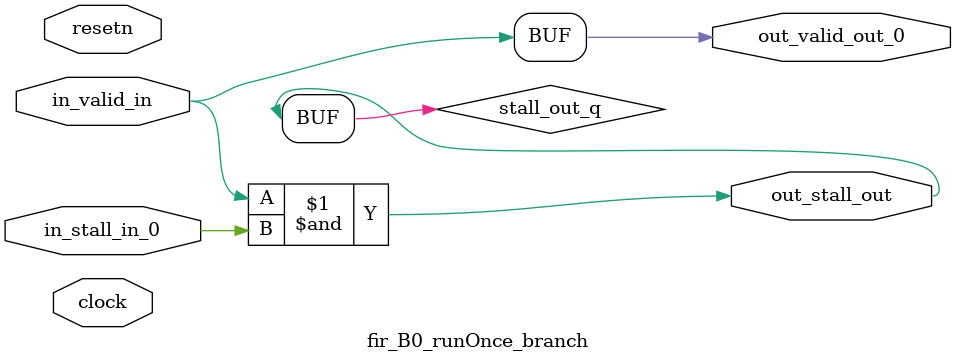
<source format=sv>



(* altera_attribute = "-name AUTO_SHIFT_REGISTER_RECOGNITION OFF; -name MESSAGE_DISABLE 10036; -name MESSAGE_DISABLE 10037; -name MESSAGE_DISABLE 14130; -name MESSAGE_DISABLE 14320; -name MESSAGE_DISABLE 15400; -name MESSAGE_DISABLE 14130; -name MESSAGE_DISABLE 10036; -name MESSAGE_DISABLE 12020; -name MESSAGE_DISABLE 12030; -name MESSAGE_DISABLE 12010; -name MESSAGE_DISABLE 12110; -name MESSAGE_DISABLE 14320; -name MESSAGE_DISABLE 13410; -name MESSAGE_DISABLE 113007; -name MESSAGE_DISABLE 10958" *)
module fir_B0_runOnce_branch (
    input wire [0:0] in_stall_in_0,
    input wire [0:0] in_valid_in,
    output wire [0:0] out_stall_out,
    output wire [0:0] out_valid_out_0,
    input wire clock,
    input wire resetn
    );

    wire [0:0] stall_out_q;


    // stall_out(LOGICAL,6)
    assign stall_out_q = in_valid_in & in_stall_in_0;

    // out_stall_out(GPOUT,4)
    assign out_stall_out = stall_out_q;

    // out_valid_out_0(GPOUT,5)
    assign out_valid_out_0 = in_valid_in;

endmodule

</source>
